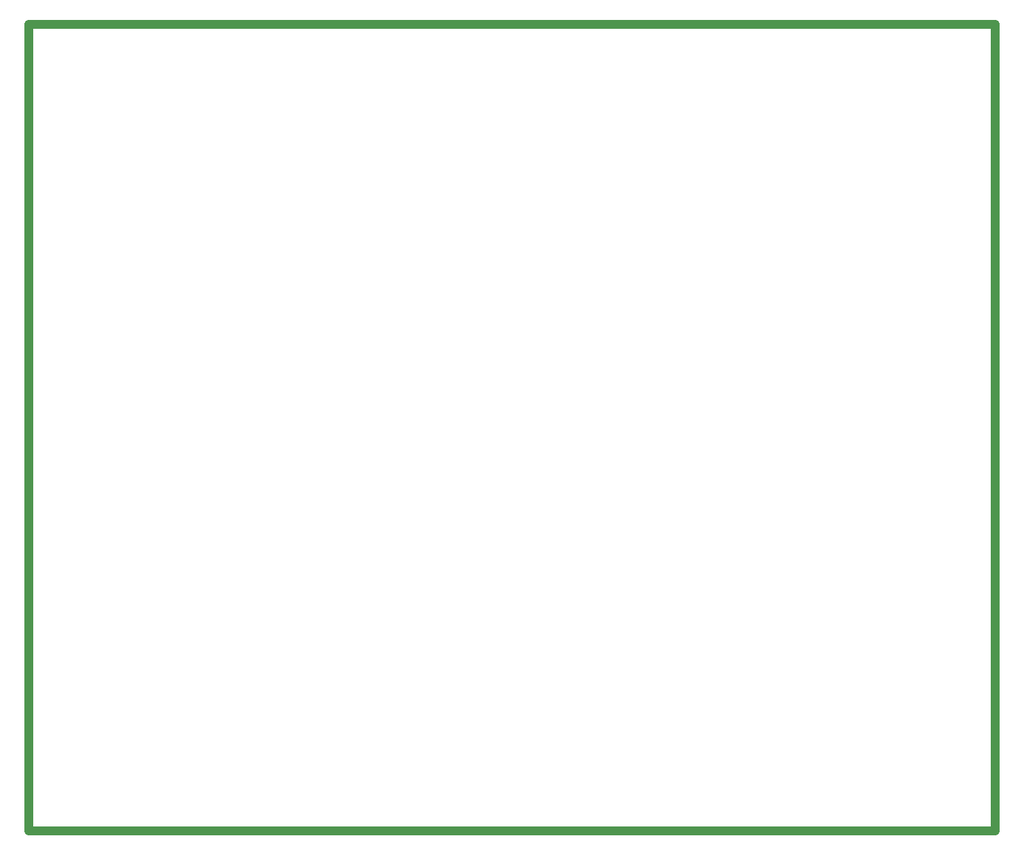
<source format=gko>
G04*
G04 #@! TF.GenerationSoftware,Altium Limited,Altium Designer,21.9.2 (33)*
G04*
G04 Layer_Color=16711935*
%FSTAX24Y24*%
%MOIN*%
G70*
G04*
G04 #@! TF.SameCoordinates,FB3CEF1A-BC9A-443B-9A05-8590AB0A4EFD*
G04*
G04*
G04 #@! TF.FilePolarity,Positive*
G04*
G01*
G75*
%ADD24C,0.0394*%
D24*
X01555Y0107D02*
Y0471D01*
Y0107D02*
X05915D01*
Y0471D01*
X01555D02*
X05915D01*
M02*

</source>
